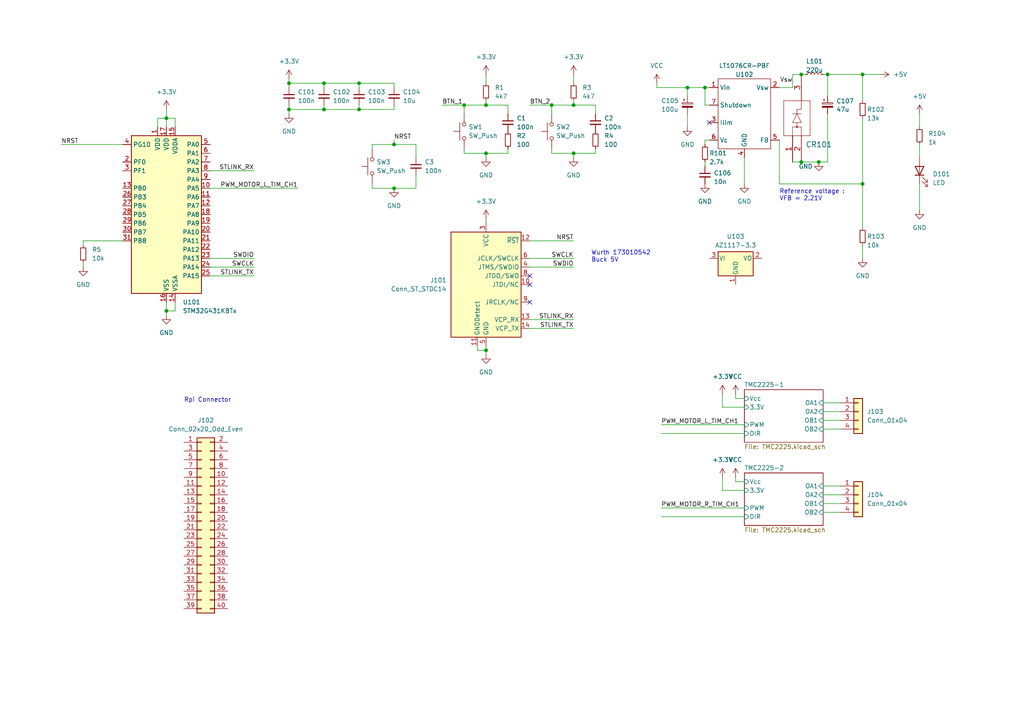
<source format=kicad_sch>
(kicad_sch (version 20230121) (generator eeschema)
  (paper "A4")
  (lib_symbols
    (symbol "Connector:Conn_ST_STDC14"
      (property "Reference" "J" (at -8.89 16.51 0))
      (property "Value" "Conn_ST_STDC14" (at 17.78 16.51 0))
      (symbol "Conn_ST_STDC14_0_1"
        (rectangle (start -10.16 15.24) (end 10.16 -15.24) (stroke (width 0.254)) (fill (type background)))
      )
      (symbol "Conn_ST_STDC14_1_1"
        (pin no_connect line (at -10.16 5.08 0) (length 2.54) hide (name "NC") (number "1"))
        (pin output line (at 12.7 0 180) (length 2.54) (name "JTDI/NC") (number "10"))
        (pin passive line (at -2.54 -17.78 90) (length 2.54) (name "GNDDetect") (number "11"))
        (pin open_collector line (at 12.7 12.7 180) (length 2.54) (name "~{RST}") (number "12"))
        (pin output line (at 12.7 -10.16 180) (length 2.54) (name "VCP_RX") (number "13"))
        (pin input line (at 12.7 -12.7 180) (length 2.54) (name "VCP_TX") (number "14"))
        (pin no_connect line (at -10.16 2.54 0) (length 2.54) hide (name "NC") (number "2"))
        (pin power_in line (at 0 17.78 270) (length 2.54) (name "VCC") (number "3"))
        (pin bidirectional line (at 12.7 5.08 180) (length 2.54) (name "JTMS/SWDIO") (number "4"))
        (pin power_in line (at 0 -17.78 90) (length 2.54) (name "GND") (number "5"))
        (pin output line (at 12.7 7.62 180) (length 2.54) (name "JCLK/SWCLK") (number "6"))
        (pin passive line (at 0 -17.78 90) (length 2.54) hide (name "GND") (number "7"))
        (pin input line (at 12.7 2.54 180) (length 2.54) (name "JTDO/SWO") (number "8"))
        (pin input line (at 12.7 -5.08 180) (length 2.54) (name "JRCLK/NC") (number "9"))
      )
    )
    (symbol "Connector_Generic:Conn_01x04" (pin_names (offset 1.016) hide)
      (property "Reference" "J" (at 0 5.08 0))
      (property "Value" "Conn_01x04" (at 0 -7.62 0))
      (symbol "Conn_01x04_1_1"
        (rectangle (start -1.27 -4.953) (end 0 -5.207) (stroke (width 0.1524)))
        (rectangle (start -1.27 -2.413) (end 0 -2.667) (stroke (width 0.1524)))
        (rectangle (start -1.27 0.127) (end 0 -0.127) (stroke (width 0.1524)))
        (rectangle (start -1.27 2.667) (end 0 2.413) (stroke (width 0.1524)))
        (rectangle (start -1.27 3.81) (end 1.27 -6.35) (stroke (width 0.254)) (fill (type background)))
        (pin passive line (at -5.08 2.54 0) (length 3.81) (name "Pin_1") (number "1"))
        (pin passive line (at -5.08 0 0) (length 3.81) (name "Pin_2") (number "2"))
        (pin passive line (at -5.08 -2.54 0) (length 3.81) (name "Pin_3") (number "3"))
        (pin passive line (at -5.08 -5.08 0) (length 3.81) (name "Pin_4") (number "4"))
      )
    )
    (symbol "Connector_Generic:Conn_02x20_Odd_Even" (pin_names (offset 1.016) hide)
      (property "Reference" "J" (at 1.27 25.4 0))
      (property "Value" "Conn_02x20_Odd_Even" (at 1.27 -27.94 0))
      (symbol "Conn_02x20_Odd_Even_1_1"
        (rectangle (start -1.27 -25.273) (end 0 -25.527) (stroke (width 0.1524)))
        (rectangle (start -1.27 -22.733) (end 0 -22.987) (stroke (width 0.1524)))
        (rectangle (start -1.27 -20.193) (end 0 -20.447) (stroke (width 0.1524)))
        (rectangle (start -1.27 -17.653) (end 0 -17.907) (stroke (width 0.1524)))
        (rectangle (start -1.27 -15.113) (end 0 -15.367) (stroke (width 0.1524)))
        (rectangle (start -1.27 -12.573) (end 0 -12.827) (stroke (width 0.1524)))
        (rectangle (start -1.27 -10.033) (end 0 -10.287) (stroke (width 0.1524)))
        (rectangle (start -1.27 -7.493) (end 0 -7.747) (stroke (width 0.1524)))
        (rectangle (start -1.27 -4.953) (end 0 -5.207) (stroke (width 0.1524)))
        (rectangle (start -1.27 -2.413) (end 0 -2.667) (stroke (width 0.1524)))
        (rectangle (start -1.27 0.127) (end 0 -0.127) (stroke (width 0.1524)))
        (rectangle (start -1.27 2.667) (end 0 2.413) (stroke (width 0.1524)))
        (rectangle (start -1.27 5.207) (end 0 4.953) (stroke (width 0.1524)))
        (rectangle (start -1.27 7.747) (end 0 7.493) (stroke (width 0.1524)))
        (rectangle (start -1.27 10.287) (end 0 10.033) (stroke (width 0.1524)))
        (rectangle (start -1.27 12.827) (end 0 12.573) (stroke (width 0.1524)))
        (rectangle (start -1.27 15.367) (end 0 15.113) (stroke (width 0.1524)))
        (rectangle (start -1.27 17.907) (end 0 17.653) (stroke (width 0.1524)))
        (rectangle (start -1.27 20.447) (end 0 20.193) (stroke (width 0.1524)))
        (rectangle (start -1.27 22.987) (end 0 22.733) (stroke (width 0.1524)))
        (rectangle (start -1.27 24.13) (end 3.81 -26.67) (stroke (width 0.254)) (fill (type background)))
        (rectangle (start 3.81 -25.273) (end 2.54 -25.527) (stroke (width 0.1524)))
        (rectangle (start 3.81 -22.733) (end 2.54 -22.987) (stroke (width 0.1524)))
        (rectangle (start 3.81 -20.193) (end 2.54 -20.447) (stroke (width 0.1524)))
        (rectangle (start 3.81 -17.653) (end 2.54 -17.907) (stroke (width 0.1524)))
        (rectangle (start 3.81 -15.113) (end 2.54 -15.367) (stroke (width 0.1524)))
        (rectangle (start 3.81 -12.573) (end 2.54 -12.827) (stroke (width 0.1524)))
        (rectangle (start 3.81 -10.033) (end 2.54 -10.287) (stroke (width 0.1524)))
        (rectangle (start 3.81 -7.493) (end 2.54 -7.747) (stroke (width 0.1524)))
        (rectangle (start 3.81 -4.953) (end 2.54 -5.207) (stroke (width 0.1524)))
        (rectangle (start 3.81 -2.413) (end 2.54 -2.667) (stroke (width 0.1524)))
        (rectangle (start 3.81 0.127) (end 2.54 -0.127) (stroke (width 0.1524)))
        (rectangle (start 3.81 2.667) (end 2.54 2.413) (stroke (width 0.1524)))
        (rectangle (start 3.81 5.207) (end 2.54 4.953) (stroke (width 0.1524)))
        (rectangle (start 3.81 7.747) (end 2.54 7.493) (stroke (width 0.1524)))
        (rectangle (start 3.81 10.287) (end 2.54 10.033) (stroke (width 0.1524)))
        (rectangle (start 3.81 12.827) (end 2.54 12.573) (stroke (width 0.1524)))
        (rectangle (start 3.81 15.367) (end 2.54 15.113) (stroke (width 0.1524)))
        (rectangle (start 3.81 17.907) (end 2.54 17.653) (stroke (width 0.1524)))
        (rectangle (start 3.81 20.447) (end 2.54 20.193) (stroke (width 0.1524)))
        (rectangle (start 3.81 22.987) (end 2.54 22.733) (stroke (width 0.1524)))
        (pin passive line (at -5.08 22.86 0) (length 3.81) (name "Pin_1") (number "1"))
        (pin passive line (at 7.62 12.7 180) (length 3.81) (name "Pin_10") (number "10"))
        (pin passive line (at -5.08 10.16 0) (length 3.81) (name "Pin_11") (number "11"))
        (pin passive line (at 7.62 10.16 180) (length 3.81) (name "Pin_12") (number "12"))
        (pin passive line (at -5.08 7.62 0) (length 3.81) (name "Pin_13") (number "13"))
        (pin passive line (at 7.62 7.62 180) (length 3.81) (name "Pin_14") (number "14"))
        (pin passive line (at -5.08 5.08 0) (length 3.81) (name "Pin_15") (number "15"))
        (pin passive line (at 7.62 5.08 180) (length 3.81) (name "Pin_16") (number "16"))
        (pin passive line (at -5.08 2.54 0) (length 3.81) (name "Pin_17") (number "17"))
        (pin passive line (at 7.62 2.54 180) (length 3.81) (name "Pin_18") (number "18"))
        (pin passive line (at -5.08 0 0) (length 3.81) (name "Pin_19") (number "19"))
        (pin passive line (at 7.62 22.86 180) (length 3.81) (name "Pin_2") (number "2"))
        (pin passive line (at 7.62 0 180) (length 3.81) (name "Pin_20") (number "20"))
        (pin passive line (at -5.08 -2.54 0) (length 3.81) (name "Pin_21") (number "21"))
        (pin passive line (at 7.62 -2.54 180) (length 3.81) (name "Pin_22") (number "22"))
        (pin passive line (at -5.08 -5.08 0) (length 3.81) (name "Pin_23") (number "23"))
        (pin passive line (at 7.62 -5.08 180) (length 3.81) (name "Pin_24") (number "24"))
        (pin passive line (at -5.08 -7.62 0) (length 3.81) (name "Pin_25") (number "25"))
        (pin passive line (at 7.62 -7.62 180) (length 3.81) (name "Pin_26") (number "26"))
        (pin passive line (at -5.08 -10.16 0) (length 3.81) (name "Pin_27") (number "27"))
        (pin passive line (at 7.62 -10.16 180) (length 3.81) (name "Pin_28") (number "28"))
        (pin passive line (at -5.08 -12.7 0) (length 3.81) (name "Pin_29") (number "29"))
        (pin passive line (at -5.08 20.32 0) (length 3.81) (name "Pin_3") (number "3"))
        (pin passive line (at 7.62 -12.7 180) (length 3.81) (name "Pin_30") (number "30"))
        (pin passive line (at -5.08 -15.24 0) (length 3.81) (name "Pin_31") (number "31"))
        (pin passive line (at 7.62 -15.24 180) (length 3.81) (name "Pin_32") (number "32"))
        (pin passive line (at -5.08 -17.78 0) (length 3.81) (name "Pin_33") (number "33"))
        (pin passive line (at 7.62 -17.78 180) (length 3.81) (name "Pin_34") (number "34"))
        (pin passive line (at -5.08 -20.32 0) (length 3.81) (name "Pin_35") (number "35"))
        (pin passive line (at 7.62 -20.32 180) (length 3.81) (name "Pin_36") (number "36"))
        (pin passive line (at -5.08 -22.86 0) (length 3.81) (name "Pin_37") (number "37"))
        (pin passive line (at 7.62 -22.86 180) (length 3.81) (name "Pin_38") (number "38"))
        (pin passive line (at -5.08 -25.4 0) (length 3.81) (name "Pin_39") (number "39"))
        (pin passive line (at 7.62 20.32 180) (length 3.81) (name "Pin_4") (number "4"))
        (pin passive line (at 7.62 -25.4 180) (length 3.81) (name "Pin_40") (number "40"))
        (pin passive line (at -5.08 17.78 0) (length 3.81) (name "Pin_5") (number "5"))
        (pin passive line (at 7.62 17.78 180) (length 3.81) (name "Pin_6") (number "6"))
        (pin passive line (at -5.08 15.24 0) (length 3.81) (name "Pin_7") (number "7"))
        (pin passive line (at 7.62 15.24 180) (length 3.81) (name "Pin_8") (number "8"))
        (pin passive line (at -5.08 12.7 0) (length 3.81) (name "Pin_9") (number "9"))
      )
    )
    (symbol "DST10100S_1" (pin_names (offset 0.254) hide)
      (property "Reference" "CR" (at 12.7 7.62 0))
      (property "Value" "DST10100S" (at 12.7 5.08 0))
      (symbol "DST10100S_1_1_1"
        (polyline (pts (xy 7.62 -5.08) (xy 17.78 -5.08)) (stroke (width 0.127)))
        (polyline (pts (xy 7.62 0) (xy 10.16 0)) (stroke (width 0.127)))
        (polyline (pts (xy 7.62 2.54) (xy 7.62 -5.08)) (stroke (width 0.127)))
        (polyline (pts (xy 10.16 -2.54) (xy 7.62 -2.54)) (stroke (width 0.127)))
        (polyline (pts (xy 10.16 -1.27) (xy 11.43 -1.27)) (stroke (width 0.127)))
        (polyline (pts (xy 10.16 0) (xy 10.16 -2.54)) (stroke (width 0.127)))
        (polyline (pts (xy 11.43 -2.54) (xy 13.97 -1.27)) (stroke (width 0.127)))
        (polyline (pts (xy 11.43 0) (xy 11.43 -2.54)) (stroke (width 0.127)))
        (polyline (pts (xy 13.97 -1.27) (xy 11.43 0)) (stroke (width 0.127)))
        (polyline (pts (xy 13.97 -1.27) (xy 15.24 -1.27)) (stroke (width 0.127)))
        (polyline (pts (xy 13.97 0) (xy 13.97 -2.54)) (stroke (width 0.127)))
        (polyline (pts (xy 15.24 -2.54) (xy 17.78 -2.54)) (stroke (width 0.127)))
        (polyline (pts (xy 15.24 -1.27) (xy 15.24 -2.54)) (stroke (width 0.127)))
        (polyline (pts (xy 17.78 -5.08) (xy 17.78 2.54)) (stroke (width 0.127)))
        (polyline (pts (xy 17.78 2.54) (xy 7.62 2.54)) (stroke (width 0.127)))
        (arc (start 10.16 -1.397) (mid 10.16 -1.397) (end 10.16 -1.397) (stroke (width 0.254)))
        (circle (center 10.16 -1.27) (radius 0.127) (stroke (width 0.254)))
        (pin unspecified line (at 0 0 0) (length 7.62) (name "1") (number "1"))
        (pin unspecified line (at 0 -2.54 0) (length 7.62) (name "2") (number "2"))
        (pin unspecified line (at 25.4 -2.54 180) (length 7.62) (name "3") (number "3"))
      )
    )
    (symbol "Device:C_Polarized_Small" (pin_numbers hide) (pin_names (offset 0.254) hide)
      (property "Reference" "C" (at 0.254 1.778 0))
      (property "Value" "C_Polarized_Small" (at 0.254 -2.032 0))
      (symbol "C_Polarized_Small_0_1"
        (rectangle (start -1.524 -0.3048) (end 1.524 -0.6858) (fill (type outline)))
        (rectangle (start -1.524 0.6858) (end 1.524 0.3048))
        (polyline (pts (xy -1.27 1.524) (xy -0.762 1.524)))
        (polyline (pts (xy -1.016 1.27) (xy -1.016 1.778)))
      )
      (symbol "C_Polarized_Small_1_1"
        (pin passive line (at 0 2.54 270) (length 1.8542) (name "~") (number "1"))
        (pin passive line (at 0 -2.54 90) (length 1.8542) (name "~") (number "2"))
      )
    )
    (symbol "Device:C_Small" (pin_numbers hide) (pin_names (offset 0.254) hide)
      (property "Reference" "C" (at 0.254 1.778 0))
      (property "Value" "C_Small" (at 0.254 -2.032 0))
      (symbol "C_Small_0_1"
        (polyline (pts (xy -1.524 -0.508) (xy 1.524 -0.508)) (stroke (width 0.3302)))
        (polyline (pts (xy -1.524 0.508) (xy 1.524 0.508)) (stroke (width 0.3048)))
      )
      (symbol "C_Small_1_1"
        (pin passive line (at 0 2.54 270) (length 2.032) (name "~") (number "1"))
        (pin passive line (at 0 -2.54 90) (length 2.032) (name "~") (number "2"))
      )
    )
    (symbol "Device:LED" (pin_numbers hide) (pin_names (offset 1.016) hide)
      (property "Reference" "D" (at 0 2.54 0))
      (property "Value" "LED" (at 0 -2.54 0))
      (symbol "LED_0_1"
        (polyline (pts (xy -1.27 -1.27) (xy -1.27 1.27)) (stroke (width 0.254)))
        (polyline (pts (xy -1.27 0) (xy 1.27 0)))
        (polyline (pts (xy 1.27 -1.27) (xy 1.27 1.27) (xy -1.27 0) (xy 1.27 -1.27)) (stroke (width 0.254)))
        (polyline (pts (xy -3.048 -0.762) (xy -4.572 -2.286) (xy -3.81 -2.286) (xy -4.572 -2.286) (xy -4.572 -1.524)))
        (polyline (pts (xy -1.778 -0.762) (xy -3.302 -2.286) (xy -2.54 -2.286) (xy -3.302 -2.286) (xy -3.302 -1.524)))
      )
      (symbol "LED_1_1"
        (pin passive line (at -3.81 0 0) (length 2.54) (name "K") (number "1"))
        (pin passive line (at 3.81 0 180) (length 2.54) (name "A") (number "2"))
      )
    )
    (symbol "Device:L_Small" (pin_numbers hide) (pin_names (offset 0.254) hide)
      (property "Reference" "L" (at 0.762 1.016 0))
      (property "Value" "L_Small" (at 0.762 -1.016 0))
      (symbol "L_Small_0_1"
        (arc (start 0 -2.032) (mid 0.5058 -1.524) (end 0 -1.016))
        (arc (start 0 -1.016) (mid 0.5058 -0.508) (end 0 0))
        (arc (start 0 0) (mid 0.5058 0.508) (end 0 1.016))
        (arc (start 0 1.016) (mid 0.5058 1.524) (end 0 2.032))
      )
      (symbol "L_Small_1_1"
        (pin passive line (at 0 2.54 270) (length 0.508) (name "~") (number "1"))
        (pin passive line (at 0 -2.54 90) (length 0.508) (name "~") (number "2"))
      )
    )
    (symbol "Device:R_Small" (pin_numbers hide) (pin_names (offset 0.254) hide)
      (property "Reference" "R" (at 0.762 0.508 0))
      (property "Value" "R_Small" (at 0.762 -1.016 0))
      (symbol "R_Small_0_1"
        (rectangle (start -0.762 1.778) (end 0.762 -1.778) (stroke (width 0.2032)))
      )
      (symbol "R_Small_1_1"
        (pin passive line (at 0 2.54 270) (length 0.762) (name "~") (number "1"))
        (pin passive line (at 0 -2.54 90) (length 0.762) (name "~") (number "2"))
      )
    )
    (symbol "LT1076_1"
      (property "Reference" "U" (at -6.35 10.16 0))
      (symbol "LT1076_1_0_1"
        (rectangle (start -7.62 8.89) (end 7.62 -11.43))
      )
      (symbol "LT1076_1_1_1"
        (pin power_in line (at -10.16 6.35 0) (length 2.54) (name "Vin") (number "1"))
        (pin output line (at 10.16 6.35 180) (length 2.54) (name "Vsw") (number "2"))
        (pin input line (at -10.16 -3.81 0) (length 2.54) (name "Ilim") (number "3"))
        (pin power_in line (at 0 -13.97 90) (length 2.54) (name "GND") (number "4"))
        (pin input line (at 10.16 -8.89 180) (length 2.54) (name "FB") (number "5"))
        (pin input line (at -10.16 -8.89 0) (length 2.54) (name "Vc") (number "6"))
        (pin input line (at -10.16 1.27 0) (length 2.54) (name "Shutdown") (number "7"))
      )
    )
    (symbol "MCU_ST_STM32G4:STM32G431KBTx"
      (property "Reference" "U" (at -10.16 24.13 0))
      (property "Value" "STM32G431KBTx" (at 5.08 24.13 0))
      (symbol "STM32G431KBTx_0_1"
        (rectangle (start -10.16 -22.86) (end 10.16 22.86) (stroke (width 0.254)) (fill (type background)))
      )
      (symbol "STM32G431KBTx_1_1"
        (pin power_in line (at -2.54 25.4 270) (length 2.54) (name "VDD") (number "1"))
        (pin bidirectional line (at 12.7 7.62 180) (length 2.54) (name "PA5") (number "10"))
        (pin bidirectional line (at 12.7 5.08 180) (length 2.54) (name "PA6") (number "11"))
        (pin bidirectional line (at 12.7 2.54 180) (length 2.54) (name "PA7") (number "12"))
        (pin bidirectional line (at -12.7 7.62 0) (length 2.54) (name "PB0") (number "13"))
        (pin power_in line (at 2.54 -25.4 90) (length 2.54) (name "VSSA") (number "14"))
        (pin power_in line (at 2.54 25.4 270) (length 2.54) (name "VDDA") (number "15"))
        (pin power_in line (at 0 -25.4 90) (length 2.54) (name "VSS") (number "16"))
        (pin power_in line (at 0 25.4 270) (length 2.54) (name "VDD") (number "17"))
        (pin bidirectional line (at 12.7 0 180) (length 2.54) (name "PA8") (number "18"))
        (pin bidirectional line (at 12.7 -2.54 180) (length 2.54) (name "PA9") (number "19"))
        (pin bidirectional line (at -12.7 15.24 0) (length 2.54) (name "PF0") (number "2"))
        (pin bidirectional line (at 12.7 -5.08 180) (length 2.54) (name "PA10") (number "20"))
        (pin bidirectional line (at 12.7 -7.62 180) (length 2.54) (name "PA11") (number "21"))
        (pin bidirectional line (at 12.7 -10.16 180) (length 2.54) (name "PA12") (number "22"))
        (pin bidirectional line (at 12.7 -12.7 180) (length 2.54) (name "PA13") (number "23"))
        (pin bidirectional line (at 12.7 -15.24 180) (length 2.54) (name "PA14") (number "24"))
        (pin bidirectional line (at 12.7 -17.78 180) (length 2.54) (name "PA15") (number "25"))
        (pin bidirectional line (at -12.7 5.08 0) (length 2.54) (name "PB3") (number "26"))
        (pin bidirectional line (at -12.7 2.54 0) (length 2.54) (name "PB4") (number "27"))
        (pin bidirectional line (at -12.7 0 0) (length 2.54) (name "PB5") (number "28"))
        (pin bidirectional line (at -12.7 -2.54 0) (length 2.54) (name "PB6") (number "29"))
        (pin bidirectional line (at -12.7 12.7 0) (length 2.54) (name "PF1") (number "3"))
        (pin bidirectional line (at -12.7 -5.08 0) (length 2.54) (name "PB7") (number "30"))
        (pin bidirectional line (at -12.7 -7.62 0) (length 2.54) (name "PB8") (number "31"))
        (pin passive line (at 0 -25.4 90) (length 2.54) hide (name "VSS") (number "32"))
        (pin bidirectional line (at -12.7 20.32 0) (length 2.54) (name "PG10") (number "4"))
        (pin bidirectional line (at 12.7 20.32 180) (length 2.54) (name "PA0") (number "5"))
        (pin bidirectional line (at 12.7 17.78 180) (length 2.54) (name "PA1") (number "6"))
        (pin bidirectional line (at 12.7 15.24 180) (length 2.54) (name "PA2") (number "7"))
        (pin bidirectional line (at 12.7 12.7 180) (length 2.54) (name "PA3") (number "8"))
        (pin bidirectional line (at 12.7 10.16 180) (length 2.54) (name "PA4") (number "9"))
      )
    )
    (symbol "Regulator_Linear:AZ1117-3.3" (pin_names (offset 0.254))
      (property "Reference" "U" (at -3.81 3.175 0))
      (property "Value" "AZ1117-3.3" (at 0 3.175 0))
      (symbol "AZ1117-3.3_0_1"
        (rectangle (start -5.08 1.905) (end 5.08 -5.08) (stroke (width 0.254)) (fill (type background)))
      )
      (symbol "AZ1117-3.3_1_1"
        (pin power_in line (at 0 -7.62 90) (length 2.54) (name "GND") (number "1"))
        (pin power_out line (at 7.62 0 180) (length 2.54) (name "VO") (number "2"))
        (pin power_in line (at -7.62 0 0) (length 2.54) (name "VI") (number "3"))
      )
    )
    (symbol "Switch:SW_Push" (pin_numbers hide) (pin_names (offset 1.016) hide)
      (property "Reference" "SW" (at 1.27 2.54 0))
      (property "Value" "SW_Push" (at 0 -1.524 0))
      (symbol "SW_Push_0_1"
        (circle (center -2.032 0) (radius 0.508))
        (polyline (pts (xy 0 1.27) (xy 0 3.048)))
        (polyline (pts (xy 2.54 1.27) (xy -2.54 1.27)))
        (circle (center 2.032 0) (radius 0.508))
        (pin passive line (at -5.08 0 0) (length 2.54) (name "1") (number "1"))
        (pin passive line (at 5.08 0 180) (length 2.54) (name "2") (number "2"))
      )
    )
    (symbol "power:+3.3V" (power) (pin_names (offset 0))
      (property "Value" "+3.3V" (at 0 3.556 0))
      (symbol "+3.3V_0_1"
        (polyline (pts (xy -0.762 1.27) (xy 0 2.54)))
        (polyline (pts (xy 0 0) (xy 0 2.54)))
        (polyline (pts (xy 0 2.54) (xy 0.762 1.27)))
      )
      (symbol "+3.3V_1_1"
        (pin power_in line (at 0 0 90) (length 0) hide (name "+3.3V") (number "1"))
      )
    )
    (symbol "power:+5V" (power) (pin_names (offset 0))
      (property "Value" "+5V" (at 0 3.556 0))
      (symbol "+5V_0_1"
        (polyline (pts (xy -0.762 1.27) (xy 0 2.54)))
        (polyline (pts (xy 0 0) (xy 0 2.54)))
        (polyline (pts (xy 0 2.54) (xy 0.762 1.27)))
      )
      (symbol "+5V_1_1"
        (pin power_in line (at 0 0 90) (length 0) hide (name "+5V") (number "1"))
      )
    )
    (symbol "power:GND" (power) (pin_names (offset 0))
      (property "Value" "GND" (at 0 -3.81 0))
      (symbol "GND_0_1"
        (polyline (pts (xy 0 0) (xy 0 -1.27) (xy 1.27 -1.27) (xy 0 -2.54) (xy -1.27 -1.27) (xy 0 -1.27)))
      )
      (symbol "GND_1_1"
        (pin power_in line (at 0 0 270) (length 0) hide (name "GND") (number "1"))
      )
    )
    (symbol "power:VCC" (power) (pin_names (offset 0))
      (property "Value" "VCC" (at 0 3.81 0))
      (symbol "VCC_0_1"
        (polyline (pts (xy -0.762 1.27) (xy 0 2.54)))
        (polyline (pts (xy 0 0) (xy 0 2.54)))
        (polyline (pts (xy 0 2.54) (xy 0.762 1.27)))
      )
      (symbol "VCC_1_1"
        (pin power_in line (at 0 0 90) (length 0) hide (name "VCC") (number "1"))
      )
    )
  )
  (junction (at 237.49 46.99))
  (junction (at 199.39 25.4))
  (junction (at 240.03 21.59))
  (junction (at 250.19 21.59))
  (junction (at 166.37 44.45))
  (junction (at 140.97 101.6))
  (junction (at 140.97 30.48))
  (junction (at 134.62 30.48))
  (junction (at 93.98 31.75))
  (junction (at 250.19 53.34))
  (junction (at 114.3 54.61))
  (junction (at 83.82 31.75))
  (junction (at 204.47 25.4))
  (junction (at 48.26 90.17))
  (junction (at 232.41 46.99))
  (junction (at 104.14 24.13))
  (junction (at 160.02 30.48))
  (junction (at 104.14 31.75))
  (junction (at 114.3 41.91))
  (junction (at 166.37 30.48))
  (junction (at 232.41 21.59))
  (junction (at 48.26 34.29))
  (junction (at 140.97 44.45))
  (junction (at 93.98 24.13))
  (junction (at 83.82 24.13))
  (no_connect (at 205.74 35.56))
  (no_connect (at 153.67 82.55))
  (no_connect (at 153.67 87.63))
  (no_connect (at 153.67 80.01))
  (wire (pts (xy 199.39 25.4) (xy 199.39 27.94)))
  (wire (pts (xy 213.36 114.3) (xy 213.36 115.57)))
  (wire (pts (xy 83.82 31.75) (xy 93.98 31.75)))
  (wire (pts (xy 166.37 44.45) (xy 172.72 44.45)))
  (wire (pts (xy 120.65 41.91) (xy 114.3 41.91)))
  (wire (pts (xy 172.72 43.18) (xy 172.72 44.45)))
  (wire (pts (xy 250.19 71.12) (xy 250.19 74.93)))
  (wire (pts (xy 134.62 44.45) (xy 140.97 44.45)))
  (wire (pts (xy 93.98 31.75) (xy 104.14 31.75)))
  (wire (pts (xy 48.26 90.17) (xy 48.26 91.44)))
  (wire (pts (xy 140.97 44.45) (xy 140.97 45.72)))
  (wire (pts (xy 138.43 100.33) (xy 138.43 101.6)))
  (wire (pts (xy 104.14 30.48) (xy 104.14 31.75)))
  (wire (pts (xy 120.65 50.8) (xy 120.65 54.61)))
  (wire (pts (xy 93.98 24.13) (xy 104.14 24.13)))
  (wire (pts (xy 199.39 33.02) (xy 199.39 36.83)))
  (wire (pts (xy 226.06 53.34) (xy 226.06 40.64)))
  (wire (pts (xy 153.67 30.48) (xy 160.02 30.48)))
  (wire (pts (xy 35.56 69.85) (xy 24.13 69.85)))
  (wire (pts (xy 266.7 60.96) (xy 266.7 53.34)))
  (wire (pts (xy 48.26 87.63) (xy 48.26 90.17)))
  (wire (pts (xy 213.36 139.7) (xy 215.9 139.7)))
  (wire (pts (xy 215.9 45.72) (xy 215.9 53.34)))
  (wire (pts (xy 209.55 118.11) (xy 215.9 118.11)))
  (wire (pts (xy 140.97 101.6) (xy 140.97 102.87)))
  (wire (pts (xy 138.43 101.6) (xy 140.97 101.6)))
  (wire (pts (xy 114.3 54.61) (xy 107.95 54.61)))
  (wire (pts (xy 160.02 44.45) (xy 166.37 44.45)))
  (wire (pts (xy 238.76 121.92) (xy 243.84 121.92)))
  (wire (pts (xy 134.62 30.48) (xy 134.62 33.02)))
  (wire (pts (xy 140.97 29.21) (xy 140.97 30.48)))
  (wire (pts (xy 153.67 95.25) (xy 166.37 95.25)))
  (wire (pts (xy 60.96 74.93) (xy 73.66 74.93)))
  (wire (pts (xy 50.8 36.83) (xy 50.8 34.29)))
  (wire (pts (xy 204.47 30.48) (xy 205.74 30.48)))
  (wire (pts (xy 250.19 53.34) (xy 226.06 53.34)))
  (wire (pts (xy 120.65 45.72) (xy 120.65 41.91)))
  (wire (pts (xy 232.41 46.99) (xy 237.49 46.99)))
  (wire (pts (xy 134.62 43.18) (xy 134.62 44.45)))
  (wire (pts (xy 114.3 40.64) (xy 114.3 41.91)))
  (wire (pts (xy 199.39 25.4) (xy 204.47 25.4)))
  (wire (pts (xy 250.19 34.29) (xy 250.19 53.34)))
  (wire (pts (xy 140.97 21.59) (xy 140.97 24.13)))
  (wire (pts (xy 238.76 140.97) (xy 243.84 140.97)))
  (wire (pts (xy 48.26 31.75) (xy 48.26 34.29)))
  (wire (pts (xy 104.14 24.13) (xy 114.3 24.13)))
  (wire (pts (xy 153.67 77.47) (xy 166.37 77.47)))
  (wire (pts (xy 238.76 146.05) (xy 243.84 146.05)))
  (wire (pts (xy 190.5 25.4) (xy 199.39 25.4)))
  (wire (pts (xy 114.3 25.4) (xy 114.3 24.13)))
  (wire (pts (xy 153.67 74.93) (xy 166.37 74.93)))
  (wire (pts (xy 160.02 30.48) (xy 160.02 33.02)))
  (wire (pts (xy 238.76 124.46) (xy 243.84 124.46)))
  (wire (pts (xy 104.14 31.75) (xy 114.3 31.75)))
  (wire (pts (xy 266.7 33.02) (xy 266.7 36.83)))
  (wire (pts (xy 191.77 149.86) (xy 215.9 149.86)))
  (wire (pts (xy 93.98 30.48) (xy 93.98 31.75)))
  (wire (pts (xy 24.13 76.2) (xy 24.13 77.47)))
  (wire (pts (xy 255.27 21.59) (xy 250.19 21.59)))
  (wire (pts (xy 204.47 41.91) (xy 204.47 40.64)))
  (wire (pts (xy 48.26 34.29) (xy 50.8 34.29)))
  (wire (pts (xy 240.03 21.59) (xy 250.19 21.59)))
  (wire (pts (xy 83.82 33.02) (xy 83.82 31.75)))
  (wire (pts (xy 107.95 41.91) (xy 107.95 43.18)))
  (wire (pts (xy 250.19 21.59) (xy 250.19 29.21)))
  (wire (pts (xy 60.96 77.47) (xy 73.66 77.47)))
  (wire (pts (xy 229.87 21.59) (xy 229.87 25.4)))
  (wire (pts (xy 17.78 41.91) (xy 35.56 41.91)))
  (wire (pts (xy 240.03 21.59) (xy 240.03 27.94)))
  (wire (pts (xy 83.82 22.86) (xy 83.82 24.13)))
  (wire (pts (xy 204.47 46.99) (xy 204.47 48.26)))
  (wire (pts (xy 204.47 25.4) (xy 204.47 30.48)))
  (wire (pts (xy 238.76 21.59) (xy 240.03 21.59)))
  (wire (pts (xy 140.97 44.45) (xy 147.32 44.45)))
  (wire (pts (xy 45.72 34.29) (xy 48.26 34.29)))
  (wire (pts (xy 238.76 148.59) (xy 243.84 148.59)))
  (wire (pts (xy 48.26 90.17) (xy 50.8 90.17)))
  (wire (pts (xy 114.3 30.48) (xy 114.3 31.75)))
  (wire (pts (xy 191.77 123.19) (xy 215.9 123.19)))
  (wire (pts (xy 232.41 21.59) (xy 233.68 21.59)))
  (wire (pts (xy 238.76 119.38) (xy 243.84 119.38)))
  (wire (pts (xy 153.67 69.85) (xy 166.37 69.85)))
  (wire (pts (xy 204.47 25.4) (xy 205.74 25.4)))
  (wire (pts (xy 140.97 100.33) (xy 140.97 101.6)))
  (wire (pts (xy 153.67 92.71) (xy 166.37 92.71)))
  (wire (pts (xy 191.77 125.73) (xy 215.9 125.73)))
  (wire (pts (xy 93.98 24.13) (xy 93.98 25.4)))
  (wire (pts (xy 114.3 41.91) (xy 107.95 41.91)))
  (wire (pts (xy 120.65 54.61) (xy 114.3 54.61)))
  (wire (pts (xy 166.37 21.59) (xy 166.37 24.13)))
  (wire (pts (xy 238.76 143.51) (xy 243.84 143.51)))
  (wire (pts (xy 24.13 69.85) (xy 24.13 71.12)))
  (wire (pts (xy 190.5 24.13) (xy 190.5 25.4)))
  (wire (pts (xy 83.82 31.75) (xy 83.82 30.48)))
  (wire (pts (xy 209.55 142.24) (xy 215.9 142.24)))
  (wire (pts (xy 147.32 33.02) (xy 147.32 30.48)))
  (wire (pts (xy 166.37 30.48) (xy 172.72 30.48)))
  (wire (pts (xy 83.82 24.13) (xy 83.82 25.4)))
  (wire (pts (xy 60.96 80.01) (xy 73.66 80.01)))
  (wire (pts (xy 229.87 21.59) (xy 232.41 21.59)))
  (wire (pts (xy 160.02 43.18) (xy 160.02 44.45)))
  (wire (pts (xy 50.8 87.63) (xy 50.8 90.17)))
  (wire (pts (xy 166.37 29.21) (xy 166.37 30.48)))
  (wire (pts (xy 191.77 147.32) (xy 215.9 147.32)))
  (wire (pts (xy 209.55 138.43) (xy 209.55 142.24)))
  (wire (pts (xy 48.26 34.29) (xy 48.26 36.83)))
  (wire (pts (xy 140.97 30.48) (xy 147.32 30.48)))
  (wire (pts (xy 104.14 25.4) (xy 104.14 24.13)))
  (wire (pts (xy 240.03 46.99) (xy 237.49 46.99)))
  (wire (pts (xy 134.62 30.48) (xy 140.97 30.48)))
  (wire (pts (xy 213.36 115.57) (xy 215.9 115.57)))
  (wire (pts (xy 250.19 53.34) (xy 250.19 66.04)))
  (wire (pts (xy 128.27 30.48) (xy 134.62 30.48)))
  (wire (pts (xy 140.97 63.5) (xy 140.97 64.77)))
  (wire (pts (xy 266.7 41.91) (xy 266.7 45.72)))
  (wire (pts (xy 147.32 43.18) (xy 147.32 44.45)))
  (wire (pts (xy 107.95 54.61) (xy 107.95 53.34)))
  (wire (pts (xy 204.47 40.64) (xy 205.74 40.64)))
  (wire (pts (xy 229.87 46.99) (xy 232.41 46.99)))
  (wire (pts (xy 83.82 24.13) (xy 93.98 24.13)))
  (wire (pts (xy 229.87 25.4) (xy 226.06 25.4)))
  (wire (pts (xy 209.55 114.3) (xy 209.55 118.11)))
  (wire (pts (xy 238.76 116.84) (xy 243.84 116.84)))
  (wire (pts (xy 60.96 49.53) (xy 73.66 49.53)))
  (wire (pts (xy 172.72 33.02) (xy 172.72 30.48)))
  (wire (pts (xy 166.37 44.45) (xy 166.37 45.72)))
  (wire (pts (xy 160.02 30.48) (xy 166.37 30.48)))
  (wire (pts (xy 213.36 138.43) (xy 213.36 139.7)))
  (wire (pts (xy 60.96 54.61) (xy 86.36 54.61)))
  (wire (pts (xy 45.72 36.83) (xy 45.72 34.29)))
  (wire (pts (xy 240.03 33.02) (xy 240.03 46.99)))
  (text "Wurth 173010542\nBuck 5V" (at 171.45 76.2 0) (effects (font (size 1.27 1.27)) (justify left bottom)))
  (text "Reference voltage :\nVFB = 2.21V" (at 226.06 58.42 0) (effects (font (size 1.27 1.27)) (justify left bottom)))
  (text "Rpi Connector" (at 53.34 116.84 0) (effects (font (size 1.27 1.27)) (justify left bottom)))
  (label "STLINK_TX" (at 73.66 80.01 180))
  (label "PWM_MOTOR_R_TIM_CH1" (at 191.77 147.32 0))
  (label "Vsw" (at 229.87 24.13 180))
  (label "NRST" (at 166.37 69.85 180))
  (label "BTN_1" (at 128.27 30.48 0))
  (label "SWCLK" (at 166.37 74.93 180))
  (label "PWM_MOTOR_L_TIM_CH1" (at 86.36 54.61 180))
  (label "NRST" (at 17.78 41.91 0))
  (label "STLINK_RX" (at 166.37 92.71 180))
  (label "PWM_MOTOR_L_TIM_CH1" (at 191.77 123.19 0))
  (label "BTN_2" (at 153.67 30.48 0))
  (label "SWDIO" (at 73.66 74.93 180))
  (label "SWCLK" (at 73.66 77.47 180))
  (label "NRST" (at 114.3 40.64 0))
  (label "STLINK_RX" (at 73.66 49.53 180))
  (label "SWDIO" (at 166.37 77.47 180))
  (label "STLINK_TX" (at 166.37 95.25 180))
  (symbol (lib_name "LT1076_1") (lib_id "custom:LT1076") (at 215.9 31.75 0) (unit 1)
    (property "Reference" "U102" (at 215.9 21.59 0))
    (property "Value" "LT1076CR-PBF" (at 215.9 19.05 0))
    (property "Footprint" "LT1076CR:LT1076CR-PBF" (effects hide))
    (property "Datasheet" "https://www.mouser.fr/datasheet/2/609/1074fds-3123169.pdf" (effects hide))
  )
  (symbol (lib_id "Device:R_Small") (at 250.19 31.75 0) (unit 1)
    (property "Reference" "R102" (at 251.46 31.75 0) (effects (justify left)))
    (property "Value" "13k" (at 251.46 34.29 0) (effects (justify left)))
    (property "Footprint" "Resistor_SMD:R_0402_1005Metric" (effects hide))
  )
  (symbol (lib_name "DST10100S_1") (lib_id "2023-03-19_11-33-54:DST10100S") (at 229.87 46.99 90) (unit 1)
    (property "Reference" "CR101" (at 233.68 41.91 90) (effects (font (size 1.524 1.524)) (justify right)))
    (property "Value" "DST10100S" (effects hide))
    (property "Footprint" "DST10100S:DST10100S" (effects hide))
    (property "MPN" "DST10100S" (effects hide))
  )
  (symbol (lib_id "Device:R_Small") (at 24.13 73.66 0) (unit 1)
    (property "Reference" "R5" (at 26.67 72.39 0) (effects (justify left)))
    (property "Value" "10k" (at 26.67 74.93 0) (effects (justify left)))
  )
  (symbol (lib_id "Device:C_Small") (at 147.32 35.56 0) (unit 1)
    (property "Reference" "C1" (at 149.86 34.2963 0) (effects (justify left)))
    (property "Value" "100n" (at 149.86 36.8363 0) (effects (justify left)))
  )
  (symbol (lib_id "Device:L_Small") (at 236.22 21.59 90) (unit 1)
    (property "Reference" "L101" (at 236.22 17.78 90))
    (property "Value" "220u" (at 236.22 20.32 90))
    (property "Footprint" "Inductor_SMD:L_Changjiang_FNR8065S" (effects hide))
    (property "MFR" "74404086221" (effects hide))
  )
  (symbol (lib_id "Device:LED") (at 266.7 49.53 90) (unit 1)
    (property "Reference" "D101" (at 270.51 50.4825 90) (effects (justify right)))
    (property "Value" "LED" (at 270.51 53.0225 90) (effects (justify right)))
    (property "Footprint" "LED_SMD:LED_0603_1608Metric" (effects hide))
  )
  (symbol (lib_id "power:GND") (at 24.13 77.47 0) (unit 1)
    (property "Reference" "#PWR08" (effects hide))
    (property "Value" "GND" (at 24.13 82.55 0))
  )
  (symbol (lib_id "Device:C_Polarized_Small") (at 199.39 30.48 0) (unit 1)
    (property "Reference" "C105" (at 191.77 29.21 0) (effects (justify left)))
    (property "Value" "100u" (at 191.77 31.75 0) (effects (justify left)))
    (property "Footprint" "Capacitor_SMD:CP_Elec_6.3x7.7" (effects hide))
    (property "MPN" "865060445005" (effects hide))
    (property "Vmax" "25V" (effects hide))
  )
  (symbol (lib_id "Connector_Generic:Conn_01x04") (at 248.92 143.51 0) (unit 1)
    (property "Reference" "J104" (at 251.46 143.51 0) (effects (justify left)))
    (property "Value" "Conn_01x04" (at 251.46 146.05 0) (effects (justify left)))
  )
  (symbol (lib_id "power:GND") (at 114.3 54.61 0) (unit 1)
    (property "Reference" "#PWR07" (effects hide))
    (property "Value" "GND" (at 114.3 59.69 0))
  )
  (symbol (lib_id "Device:R_Small") (at 166.37 26.67 0) (unit 1)
    (property "Reference" "R3" (at 168.91 25.4 0) (effects (justify left)))
    (property "Value" "4k7" (at 168.91 27.94 0) (effects (justify left)))
  )
  (symbol (lib_id "Device:R_Small") (at 172.72 40.64 0) (unit 1)
    (property "Reference" "R4" (at 175.26 39.37 0) (effects (justify left)))
    (property "Value" "100" (at 175.26 41.91 0) (effects (justify left)))
  )
  (symbol (lib_id "Connector_Generic:Conn_01x04") (at 248.92 119.38 0) (unit 1)
    (property "Reference" "J103" (at 251.46 119.38 0) (effects (justify left)))
    (property "Value" "Conn_01x04" (at 251.46 121.92 0) (effects (justify left)))
  )
  (symbol (lib_id "Device:C_Small") (at 114.3 27.94 0) (unit 1)
    (property "Reference" "C104" (at 116.84 26.6763 0) (effects (justify left)))
    (property "Value" "10u" (at 116.84 29.2163 0) (effects (justify left)))
  )
  (symbol (lib_id "Switch:SW_Push") (at 160.02 38.1 90) (unit 1)
    (property "Reference" "SW2" (at 161.29 36.83 90) (effects (justify right)))
    (property "Value" "SW_Push" (at 161.29 39.37 90) (effects (justify right)))
  )
  (symbol (lib_id "power:+3.3V") (at 140.97 63.5 0) (unit 1)
    (property "Reference" "#PWR0105" (effects hide))
    (property "Value" "+3.3V" (at 140.97 58.42 0))
  )
  (symbol (lib_id "power:VCC") (at 213.36 114.3 0) (unit 1)
    (property "Reference" "#PWR0114" (effects hide))
    (property "Value" "VCC" (at 213.36 109.22 0))
  )
  (symbol (lib_id "Device:C_Polarized_Small") (at 240.03 30.48 0) (unit 1)
    (property "Reference" "C107" (at 242.57 29.2989 0) (effects (justify left)))
    (property "Value" "47u" (at 242.57 31.75 0) (effects (justify left)))
    (property "Footprint" "Capacitor_SMD:CP_Elec_6.3x5.4" (effects hide))
    (property "MFR" "865060543005" (effects hide))
  )
  (symbol (lib_id "Switch:SW_Push") (at 134.62 38.1 90) (unit 1)
    (property "Reference" "SW1" (at 135.89 36.83 90) (effects (justify right)))
    (property "Value" "SW_Push" (at 135.89 39.37 90) (effects (justify right)))
  )
  (symbol (lib_id "power:+3.3V") (at 83.82 22.86 0) (unit 1)
    (property "Reference" "#PWR0103" (effects hide))
    (property "Value" "+3.3V" (at 83.82 17.78 0))
  )
  (symbol (lib_id "power:VCC") (at 190.5 24.13 0) (unit 1)
    (property "Reference" "#PWR0113" (effects hide))
    (property "Value" "VCC" (at 190.5 19.05 0))
  )
  (symbol (lib_id "MCU_ST_STM32G4:STM32G431KBTx") (at 48.26 62.23 0) (unit 1)
    (property "Reference" "U101" (at 52.9941 87.63 0) (effects (justify left)))
    (property "Value" "STM32G431KBTx" (at 52.9941 90.17 0) (effects (justify left)))
    (property "Footprint" "Package_QFP:LQFP-32_7x7mm_P0.8mm" (effects hide))
    (property "Datasheet" "https://www.st.com/resource/en/datasheet/stm32g431kb.pdf" (effects hide))
  )
  (symbol (lib_id "Device:R_Small") (at 204.47 44.45 0) (unit 1)
    (property "Reference" "R101" (at 205.74 44.45 0) (effects (justify left)))
    (property "Value" "2.7k" (at 205.74 46.99 0) (effects (justify left)))
    (property "Footprint" "Resistor_SMD:R_0402_1005Metric" (effects hide))
  )
  (symbol (lib_id "Device:C_Small") (at 104.14 27.94 0) (unit 1)
    (property "Reference" "C103" (at 106.68 26.6763 0) (effects (justify left)))
    (property "Value" "100n" (at 106.68 29.2163 0) (effects (justify left)))
  )
  (symbol (lib_id "power:+3.3V") (at 48.26 31.75 0) (unit 1)
    (property "Reference" "#PWR0101" (effects hide))
    (property "Value" "+3.3V" (at 48.26 26.67 0))
  )
  (symbol (lib_id "power:GND") (at 215.9 53.34 0) (unit 1)
    (property "Reference" "#PWR0109" (effects hide))
    (property "Value" "GND" (at 215.9 58.42 0))
  )
  (symbol (lib_id "Switch:SW_Push") (at 107.95 48.26 90) (unit 1)
    (property "Reference" "SW3" (at 109.22 46.99 90) (effects (justify right)))
    (property "Value" "SW_Push" (at 109.22 49.53 90) (effects (justify right)))
  )
  (symbol (lib_id "Device:C_Small") (at 172.72 35.56 0) (unit 1)
    (property "Reference" "C2" (at 175.26 34.2963 0) (effects (justify left)))
    (property "Value" "100n" (at 175.26 36.8363 0) (effects (justify left)))
  )
  (symbol (lib_id "Device:R_Small") (at 250.19 68.58 0) (unit 1)
    (property "Reference" "R103" (at 251.46 68.58 0) (effects (justify left)))
    (property "Value" "10k" (at 251.46 71.12 0) (effects (justify left)))
    (property "Footprint" "Resistor_SMD:R_0402_1005Metric" (effects hide))
  )
  (symbol (lib_id "Device:R_Small") (at 147.32 40.64 0) (unit 1)
    (property "Reference" "R2" (at 149.86 39.37 0) (effects (justify left)))
    (property "Value" "100" (at 149.86 41.91 0) (effects (justify left)))
  )
  (symbol (lib_id "power:GND") (at 140.97 45.72 0) (unit 1)
    (property "Reference" "#PWR01" (effects hide))
    (property "Value" "GND" (at 140.97 50.8 0))
  )
  (symbol (lib_id "power:GND") (at 199.39 36.83 0) (unit 1)
    (property "Reference" "#PWR0107" (effects hide))
    (property "Value" "GND" (at 199.39 41.91 0))
  )
  (symbol (lib_id "power:GND") (at 204.47 53.34 0) (unit 1)
    (property "Reference" "#PWR0108" (effects hide))
    (property "Value" "GND" (at 204.47 58.42 0))
  )
  (symbol (lib_id "Connector_Generic:Conn_02x20_Odd_Even") (at 58.42 151.13 0) (unit 1)
    (property "Reference" "J102" (at 59.69 121.92 0))
    (property "Value" "Conn_02x20_Odd_Even" (at 59.69 124.46 0))
  )
  (symbol (lib_id "Device:C_Small") (at 83.82 27.94 0) (unit 1)
    (property "Reference" "C101" (at 86.36 26.6763 0) (effects (justify left)))
    (property "Value" "100n" (at 86.36 29.2163 0) (effects (justify left)))
  )
  (symbol (lib_id "power:+3.3V") (at 209.55 114.3 0) (unit 1)
    (property "Reference" "#PWR0115" (effects hide))
    (property "Value" "+3.3V" (at 209.55 109.22 0))
  )
  (symbol (lib_id "Regulator_Linear:AZ1117-3.3") (at 213.36 74.93 0) (unit 1)
    (property "Reference" "U103" (at 213.36 68.58 0))
    (property "Value" "AZ1117-3.3" (at 213.36 71.12 0))
    (property "Datasheet" "https://www.diodes.com/assets/Datasheets/AZ1117.pdf" (effects hide))
  )
  (symbol (lib_id "power:GND") (at 250.19 74.93 0) (unit 1)
    (property "Reference" "#PWR0111" (effects hide))
    (property "Value" "GND" (at 250.19 80.01 0))
  )
  (symbol (lib_id "Device:R_Small") (at 140.97 26.67 0) (unit 1)
    (property "Reference" "R1" (at 143.51 25.4 0) (effects (justify left)))
    (property "Value" "4k7" (at 143.51 27.94 0) (effects (justify left)))
  )
  (symbol (lib_id "Device:C_Small") (at 120.65 48.26 0) (unit 1)
    (property "Reference" "C3" (at 123.19 46.9963 0) (effects (justify left)))
    (property "Value" "100n" (at 123.19 49.5363 0) (effects (justify left)))
  )
  (symbol (lib_id "power:GND") (at 48.26 91.44 0) (unit 1)
    (property "Reference" "#PWR0102" (effects hide))
    (property "Value" "GND" (at 48.26 96.52 0))
  )
  (symbol (lib_id "power:GND") (at 266.7 60.96 0) (unit 1)
    (property "Reference" "#PWR0112" (effects hide))
    (property "Value" "GND" (at 266.7 66.04 0))
  )
  (symbol (lib_id "power:GND") (at 83.82 33.02 0) (unit 1)
    (property "Reference" "#PWR0104" (effects hide))
    (property "Value" "GND" (at 83.82 38.1 0))
  )
  (symbol (lib_id "power:GND") (at 140.97 102.87 0) (unit 1)
    (property "Reference" "#PWR0106" (effects hide))
    (property "Value" "GND" (at 140.97 107.95 0))
  )
  (symbol (lib_id "power:GND") (at 166.37 45.72 0) (unit 1)
    (property "Reference" "#PWR06" (effects hide))
    (property "Value" "GND" (at 166.37 50.8 0))
  )
  (symbol (lib_id "power:GND") (at 237.49 46.99 0) (unit 1)
    (property "Reference" "#PWR0110" (effects hide))
    (property "Value" "GND" (at 233.68 48.26 0))
  )
  (symbol (lib_id "power:+3.3V") (at 166.37 21.59 0) (unit 1)
    (property "Reference" "#PWR05" (effects hide))
    (property "Value" "+3.3V" (at 166.37 16.51 0))
  )
  (symbol (lib_id "Device:R_Small") (at 266.7 39.37 0) (unit 1)
    (property "Reference" "R104" (at 269.24 38.735 0) (effects (justify left)))
    (property "Value" "1k" (at 269.24 41.275 0) (effects (justify left)))
    (property "Footprint" "Resistor_SMD:R_0402_1005Metric" (effects hide))
  )
  (symbol (lib_id "power:+5V") (at 266.7 33.02 0) (unit 1)
    (property "Reference" "#PWR03" (effects hide))
    (property "Value" "+5V" (at 266.7 27.94 0))
  )
  (symbol (lib_id "power:+3.3V") (at 209.55 138.43 0) (unit 1)
    (property "Reference" "#PWR0116" (effects hide))
    (property "Value" "+3.3V" (at 209.55 133.35 0))
  )
  (symbol (lib_id "Device:C_Small") (at 93.98 27.94 0) (unit 1)
    (property "Reference" "C102" (at 96.52 26.6763 0) (effects (justify left)))
    (property "Value" "100n" (at 96.52 29.2163 0) (effects (justify left)))
  )
  (symbol (lib_id "Connector:Conn_ST_STDC14") (at 140.97 82.55 0) (unit 1)
    (property "Reference" "J101" (at 129.54 81.28 0) (effects (justify right)))
    (property "Value" "Conn_ST_STDC14" (at 129.54 83.82 0) (effects (justify right)))
    (property "Datasheet" "https://www.st.com/content/ccc/resource/technical/document/user_manual/group1/99/49/91/b6/b2/3a/46/e5/DM00526767/files/DM00526767.pdf/jcr:content/translations/en.DM00526767.pdf" (effects hide))
  )
  (symbol (lib_id "Device:C_Small") (at 204.47 50.8 0) (unit 1)
    (property "Reference" "C106" (at 207.01 50.1713 0) (effects (justify left)))
    (property "Value" "10n" (at 207.01 52.7113 0) (effects (justify left)))
    (property "Footprint" "Capacitor_SMD:C_0402_1005Metric" (effects hide))
  )
  (symbol (lib_id "power:VCC") (at 213.36 138.43 0) (unit 1)
    (property "Reference" "#PWR0117" (effects hide))
    (property "Value" "VCC" (at 213.36 133.35 0))
  )
  (symbol (lib_id "power:+3.3V") (at 140.97 21.59 0) (unit 1)
    (property "Reference" "#PWR04" (effects hide))
    (property "Value" "+3.3V" (at 140.97 16.51 0))
  )
  (symbol (lib_id "power:+5V") (at 255.27 21.59 270) (unit 1)
    (property "Reference" "#PWR02" (effects hide))
    (property "Value" "+5V" (at 259.08 21.59 90) (effects (justify left)))
  )
  (sheet (at 215.9 137.16) (size 22.86 15.24) (stroke (width 0.1524))
    (property "Sheetname" "TMC2225-2" (at 215.9 136.4484 0) (effects (justify left bottom)))
    (property "Sheetfile" "TMC2225.kicad_sch" (at 215.9 152.9846 0) (effects (justify left top)))
    (pin "Vcc" input (at 215.9 139.7 180))
    (pin "3.3V" input (at 215.9 142.24 180))
    (pin "PWM" input (at 215.9 147.32 180))
    (pin "DIR" input (at 215.9 149.86 180))
    (pin "OB2" input (at 238.76 148.59 0))
    (pin "OA1" input (at 238.76 140.97 0))
    (pin "OA2" input (at 238.76 143.51 0))
    (pin "OB1" input (at 238.76 146.05 0))
  )
  (sheet (at 215.9 113.03) (size 22.86 15.24) (stroke (width 0.1524))
    (property "Sheetname" "TMC2225-1" (at 215.9 112.3184 0) (effects (justify left bottom)))
    (property "Sheetfile" "TMC2225.kicad_sch" (at 215.9 128.8546 0) (effects (justify left top)))
    (pin "Vcc" input (at 215.9 115.57 180))
    (pin "3.3V" input (at 215.9 118.11 180))
    (pin "PWM" input (at 215.9 123.19 180))
    (pin "DIR" input (at 215.9 125.73 180))
    (pin "OB2" input (at 238.76 124.46 0))
    (pin "OA1" input (at 238.76 116.84 0))
    (pin "OA2" input (at 238.76 119.38 0))
    (pin "OB1" input (at 238.76 121.92 0))
  )
)
</source>
